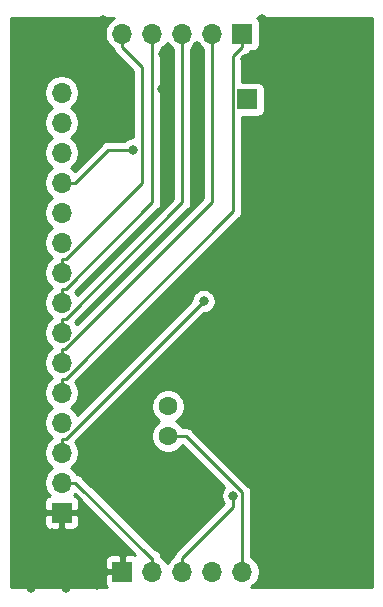
<source format=gbl>
%TF.GenerationSoftware,KiCad,Pcbnew,(5.1.6-0-10_14)*%
%TF.CreationDate,2020-09-10T12:25:10+09:00*%
%TF.ProjectId,qPCR-photosensing,71504352-2d70-4686-9f74-6f73656e7369,rev?*%
%TF.SameCoordinates,Original*%
%TF.FileFunction,Copper,L2,Bot*%
%TF.FilePolarity,Positive*%
%FSLAX46Y46*%
G04 Gerber Fmt 4.6, Leading zero omitted, Abs format (unit mm)*
G04 Created by KiCad (PCBNEW (5.1.6-0-10_14)) date 2020-09-10 12:25:10*
%MOMM*%
%LPD*%
G01*
G04 APERTURE LIST*
%TA.AperFunction,ComponentPad*%
%ADD10C,1.600000*%
%TD*%
%TA.AperFunction,ComponentPad*%
%ADD11O,1.700000X1.700000*%
%TD*%
%TA.AperFunction,ComponentPad*%
%ADD12R,1.700000X1.700000*%
%TD*%
%TA.AperFunction,ViaPad*%
%ADD13C,0.800000*%
%TD*%
%TA.AperFunction,Conductor*%
%ADD14C,0.250000*%
%TD*%
%TA.AperFunction,Conductor*%
%ADD15C,0.254000*%
%TD*%
G04 APERTURE END LIST*
D10*
%TO.P,C7,2*%
%TO.N,Net-(C7-Pad2)*%
X97000000Y-96000000D03*
%TO.P,C7,1*%
%TO.N,PD_MUX_OUT*%
X97000000Y-98500000D03*
%TD*%
D11*
%TO.P,J1,15*%
%TO.N,THERM_WELL*%
X88000000Y-69440000D03*
%TO.P,J1,14*%
%TO.N,THERM_AIR*%
X88000000Y-71980000D03*
%TO.P,J1,13*%
%TO.N,I2C_SDA*%
X88000000Y-74520000D03*
%TO.P,J1,12*%
%TO.N,I2C_SCL*%
X88000000Y-77060000D03*
%TO.P,J1,11*%
%TO.N,ADC_DRDY*%
X88000000Y-79600000D03*
%TO.P,J1,10*%
%TO.N,PD_REF_PWM*%
X88000000Y-82140000D03*
%TO.P,J1,9*%
%TO.N,PD_MUX_GPIO1*%
X88000000Y-84680000D03*
%TO.P,J1,8*%
%TO.N,PD_MUX_GPIO2*%
X88000000Y-87220000D03*
%TO.P,J1,7*%
%TO.N,PD_MUX_GPIO3*%
X88000000Y-89760000D03*
%TO.P,J1,6*%
%TO.N,PD_MUX_GPIO4*%
X88000000Y-92300000D03*
%TO.P,J1,5*%
%TO.N,PD_MUX_GPIO5*%
X88000000Y-94840000D03*
%TO.P,J1,4*%
%TO.N,VCC_LOGIC*%
X88000000Y-97380000D03*
%TO.P,J1,3*%
%TO.N,-10V*%
X88000000Y-99920000D03*
%TO.P,J1,2*%
%TO.N,+10V*%
X88000000Y-102460000D03*
D12*
%TO.P,J1,1*%
%TO.N,GND*%
X88000000Y-105000000D03*
%TD*%
D11*
%TO.P,J3,5*%
%TO.N,PD_MUX_OUT*%
X103298000Y-110000000D03*
%TO.P,J3,4*%
%TO.N,VCC_LOGIC*%
X100758000Y-110000000D03*
%TO.P,J3,3*%
%TO.N,-10V*%
X98218000Y-110000000D03*
%TO.P,J3,2*%
%TO.N,+10V*%
X95678000Y-110000000D03*
D12*
%TO.P,J3,1*%
%TO.N,GND*%
X93138000Y-110000000D03*
%TD*%
%TO.P,J4,1*%
%TO.N,PD_MUX_GPIO5*%
X103298000Y-64440000D03*
D11*
%TO.P,J4,2*%
%TO.N,PD_MUX_GPIO4*%
X100758000Y-64440000D03*
%TO.P,J4,3*%
%TO.N,PD_MUX_GPIO3*%
X98218000Y-64440000D03*
%TO.P,J4,4*%
%TO.N,PD_MUX_GPIO2*%
X95678000Y-64440000D03*
%TO.P,J4,5*%
%TO.N,PD_MUX_GPIO1*%
X93138000Y-64440000D03*
%TD*%
D12*
%TO.P,J2,1*%
%TO.N,THERM_TEST*%
X103721000Y-70000000D03*
%TD*%
D13*
%TO.N,GND*%
X84579460Y-63802260D03*
X87673180Y-65430400D03*
X93296740Y-67358260D03*
X91516200Y-63258700D03*
X84637880Y-68770500D03*
X86133940Y-70485000D03*
X96514920Y-69171820D03*
X96616520Y-66207640D03*
X99453700Y-65491360D03*
X104973120Y-63243460D03*
X103568500Y-66591180D03*
X103662480Y-67950080D03*
X105808780Y-68635880D03*
X105661460Y-71714360D03*
X103680260Y-72082660D03*
X103746300Y-75069700D03*
X113893600Y-63550800D03*
X109857540Y-63451740D03*
X107508040Y-67223640D03*
X111246920Y-65900300D03*
X111412020Y-70332600D03*
X108402120Y-69804280D03*
X105902760Y-74973180D03*
X104129840Y-79308960D03*
X108404660Y-79217520D03*
X113682780Y-72539860D03*
X108567220Y-72247760D03*
X108678980Y-75242420D03*
X111818420Y-75023980D03*
X113609120Y-77690980D03*
X111198660Y-80284320D03*
X110213140Y-83461860D03*
X113644680Y-83535520D03*
X110111540Y-87652860D03*
X113921540Y-91876880D03*
X112359440Y-89367360D03*
X113898680Y-86725760D03*
X111447580Y-92796360D03*
X109331760Y-93050360D03*
X109768640Y-90825320D03*
X107950000Y-89268300D03*
X104432100Y-88595200D03*
X107109260Y-86050120D03*
X107284520Y-83962240D03*
X102273100Y-83835240D03*
X104581960Y-85750400D03*
X101498400Y-85836760D03*
X100832920Y-88597740D03*
X107764580Y-102184200D03*
X110106460Y-102679500D03*
X113482120Y-102725220D03*
X113743740Y-105760520D03*
X110012480Y-105745280D03*
X106420920Y-104300020D03*
X106451400Y-107492800D03*
X105376980Y-110713520D03*
X108658660Y-110744000D03*
X111523780Y-110804960D03*
X113850420Y-110744000D03*
X113880900Y-108358940D03*
X111343440Y-108297980D03*
X108897420Y-108386880D03*
X90965020Y-111168180D03*
X88366600Y-111366300D03*
X85445600Y-111340900D03*
X84074000Y-109893100D03*
X84096860Y-106906060D03*
X86316820Y-108224320D03*
X87185500Y-106761280D03*
X89131140Y-106728260D03*
X92461080Y-107919520D03*
X89148920Y-108963460D03*
X84551520Y-104226360D03*
X89773760Y-101158040D03*
X89971880Y-99011740D03*
X92847160Y-101861620D03*
X91457780Y-100342700D03*
X95521780Y-101894640D03*
X91391740Y-97899220D03*
X93347540Y-96055180D03*
X94866460Y-96121220D03*
X93428820Y-99791520D03*
X95013780Y-97703640D03*
X95437960Y-100296980D03*
X97901760Y-102631240D03*
X100693220Y-104145080D03*
X84556600Y-73977500D03*
X84863940Y-77226160D03*
X84836000Y-79916020D03*
X84919820Y-82100420D03*
X84668360Y-71988680D03*
X84640420Y-84874100D03*
X84703920Y-87233760D03*
X84800440Y-89882980D03*
X84848700Y-92486480D03*
X84703920Y-94993460D03*
X85041740Y-97500440D03*
X84945220Y-100007420D03*
X85138260Y-102463600D03*
%TO.N,-10V*%
X100021900Y-87090100D03*
X102538000Y-103555900D03*
%TO.N,I2C_SCL*%
X94069400Y-74272800D03*
%TD*%
D14*
%TO.N,+10V*%
X95678000Y-110000000D02*
X95678000Y-108824700D01*
X88000000Y-102460000D02*
X89175300Y-102460000D01*
X89175300Y-102460000D02*
X95540000Y-108824700D01*
X95540000Y-108824700D02*
X95678000Y-108824700D01*
%TO.N,-10V*%
X88000000Y-98744700D02*
X88367300Y-98744700D01*
X88367300Y-98744700D02*
X100021900Y-87090100D01*
X88000000Y-99920000D02*
X88000000Y-98744700D01*
X98218000Y-108824700D02*
X102538000Y-104504700D01*
X102538000Y-104504700D02*
X102538000Y-103555900D01*
X98218000Y-110000000D02*
X98218000Y-108824700D01*
%TO.N,PD_MUX_OUT*%
X97000000Y-98500000D02*
X98518700Y-98500000D01*
X98518700Y-98500000D02*
X103298000Y-103279300D01*
X103298000Y-103279300D02*
X103298000Y-110000000D01*
%TO.N,I2C_SCL*%
X89175300Y-77060000D02*
X91962500Y-74272800D01*
X91962500Y-74272800D02*
X94069400Y-74272800D01*
X88000000Y-77060000D02*
X89175300Y-77060000D01*
%TO.N,PD_MUX_GPIO1*%
X88000000Y-84680000D02*
X88000000Y-83504700D01*
X93138000Y-64440000D02*
X93138000Y-65615300D01*
X93138000Y-65615300D02*
X94799300Y-67276600D01*
X94799300Y-67276600D02*
X94799300Y-77072700D01*
X94799300Y-77072700D02*
X88367300Y-83504700D01*
X88367300Y-83504700D02*
X88000000Y-83504700D01*
%TO.N,PD_MUX_GPIO2*%
X88000000Y-87220000D02*
X88000000Y-86044700D01*
X95678000Y-64440000D02*
X95678000Y-65615300D01*
X95678000Y-65615300D02*
X95678000Y-78734000D01*
X95678000Y-78734000D02*
X88367300Y-86044700D01*
X88367300Y-86044700D02*
X88000000Y-86044700D01*
%TO.N,PD_MUX_GPIO3*%
X98218000Y-64440000D02*
X98218000Y-78734000D01*
X98218000Y-78734000D02*
X88367300Y-88584700D01*
X88367300Y-88584700D02*
X88000000Y-88584700D01*
X88000000Y-89760000D02*
X88000000Y-88584700D01*
%TO.N,PD_MUX_GPIO4*%
X100758000Y-64440000D02*
X100758000Y-78668000D01*
X100758000Y-78668000D02*
X88301300Y-91124700D01*
X88301300Y-91124700D02*
X88000000Y-91124700D01*
X88000000Y-92300000D02*
X88000000Y-91124700D01*
%TO.N,PD_MUX_GPIO5*%
X88000000Y-94840000D02*
X88000000Y-93664700D01*
X103298000Y-64440000D02*
X103298000Y-65615300D01*
X103298000Y-65615300D02*
X102545600Y-66367700D01*
X102545600Y-66367700D02*
X102545600Y-79486400D01*
X102545600Y-79486400D02*
X88367300Y-93664700D01*
X88367300Y-93664700D02*
X88000000Y-93664700D01*
%TD*%
D15*
%TO.N,GND*%
G36*
X92191368Y-63286525D02*
G01*
X91984525Y-63493368D01*
X91822010Y-63736589D01*
X91710068Y-64006842D01*
X91653000Y-64293740D01*
X91653000Y-64586260D01*
X91710068Y-64873158D01*
X91822010Y-65143411D01*
X91984525Y-65386632D01*
X92191368Y-65593475D01*
X92384912Y-65722797D01*
X92388998Y-65764286D01*
X92402180Y-65807742D01*
X92432454Y-65907546D01*
X92503026Y-66039576D01*
X92532470Y-66075453D01*
X92598000Y-66155301D01*
X92626998Y-66179099D01*
X94039300Y-67591402D01*
X94039301Y-73237800D01*
X93967461Y-73237800D01*
X93767502Y-73277574D01*
X93579144Y-73355595D01*
X93409626Y-73468863D01*
X93365689Y-73512800D01*
X91999822Y-73512800D01*
X91962499Y-73509124D01*
X91925176Y-73512800D01*
X91925167Y-73512800D01*
X91813514Y-73523797D01*
X91670253Y-73567254D01*
X91538223Y-73637826D01*
X91454583Y-73706468D01*
X91422499Y-73732799D01*
X91398701Y-73761797D01*
X89100303Y-76060196D01*
X88946632Y-75906525D01*
X88772240Y-75790000D01*
X88946632Y-75673475D01*
X89153475Y-75466632D01*
X89315990Y-75223411D01*
X89427932Y-74953158D01*
X89485000Y-74666260D01*
X89485000Y-74373740D01*
X89427932Y-74086842D01*
X89315990Y-73816589D01*
X89153475Y-73573368D01*
X88946632Y-73366525D01*
X88772240Y-73250000D01*
X88946632Y-73133475D01*
X89153475Y-72926632D01*
X89315990Y-72683411D01*
X89427932Y-72413158D01*
X89485000Y-72126260D01*
X89485000Y-71833740D01*
X89427932Y-71546842D01*
X89315990Y-71276589D01*
X89153475Y-71033368D01*
X88946632Y-70826525D01*
X88772240Y-70710000D01*
X88946632Y-70593475D01*
X89153475Y-70386632D01*
X89315990Y-70143411D01*
X89427932Y-69873158D01*
X89485000Y-69586260D01*
X89485000Y-69293740D01*
X89427932Y-69006842D01*
X89315990Y-68736589D01*
X89153475Y-68493368D01*
X88946632Y-68286525D01*
X88703411Y-68124010D01*
X88433158Y-68012068D01*
X88146260Y-67955000D01*
X87853740Y-67955000D01*
X87566842Y-68012068D01*
X87296589Y-68124010D01*
X87053368Y-68286525D01*
X86846525Y-68493368D01*
X86684010Y-68736589D01*
X86572068Y-69006842D01*
X86515000Y-69293740D01*
X86515000Y-69586260D01*
X86572068Y-69873158D01*
X86684010Y-70143411D01*
X86846525Y-70386632D01*
X87053368Y-70593475D01*
X87227760Y-70710000D01*
X87053368Y-70826525D01*
X86846525Y-71033368D01*
X86684010Y-71276589D01*
X86572068Y-71546842D01*
X86515000Y-71833740D01*
X86515000Y-72126260D01*
X86572068Y-72413158D01*
X86684010Y-72683411D01*
X86846525Y-72926632D01*
X87053368Y-73133475D01*
X87227760Y-73250000D01*
X87053368Y-73366525D01*
X86846525Y-73573368D01*
X86684010Y-73816589D01*
X86572068Y-74086842D01*
X86515000Y-74373740D01*
X86515000Y-74666260D01*
X86572068Y-74953158D01*
X86684010Y-75223411D01*
X86846525Y-75466632D01*
X87053368Y-75673475D01*
X87227760Y-75790000D01*
X87053368Y-75906525D01*
X86846525Y-76113368D01*
X86684010Y-76356589D01*
X86572068Y-76626842D01*
X86515000Y-76913740D01*
X86515000Y-77206260D01*
X86572068Y-77493158D01*
X86684010Y-77763411D01*
X86846525Y-78006632D01*
X87053368Y-78213475D01*
X87227760Y-78330000D01*
X87053368Y-78446525D01*
X86846525Y-78653368D01*
X86684010Y-78896589D01*
X86572068Y-79166842D01*
X86515000Y-79453740D01*
X86515000Y-79746260D01*
X86572068Y-80033158D01*
X86684010Y-80303411D01*
X86846525Y-80546632D01*
X87053368Y-80753475D01*
X87227760Y-80870000D01*
X87053368Y-80986525D01*
X86846525Y-81193368D01*
X86684010Y-81436589D01*
X86572068Y-81706842D01*
X86515000Y-81993740D01*
X86515000Y-82286260D01*
X86572068Y-82573158D01*
X86684010Y-82843411D01*
X86846525Y-83086632D01*
X87053368Y-83293475D01*
X87227760Y-83410000D01*
X87053368Y-83526525D01*
X86846525Y-83733368D01*
X86684010Y-83976589D01*
X86572068Y-84246842D01*
X86515000Y-84533740D01*
X86515000Y-84826260D01*
X86572068Y-85113158D01*
X86684010Y-85383411D01*
X86846525Y-85626632D01*
X87053368Y-85833475D01*
X87227760Y-85950000D01*
X87053368Y-86066525D01*
X86846525Y-86273368D01*
X86684010Y-86516589D01*
X86572068Y-86786842D01*
X86515000Y-87073740D01*
X86515000Y-87366260D01*
X86572068Y-87653158D01*
X86684010Y-87923411D01*
X86846525Y-88166632D01*
X87053368Y-88373475D01*
X87227760Y-88490000D01*
X87053368Y-88606525D01*
X86846525Y-88813368D01*
X86684010Y-89056589D01*
X86572068Y-89326842D01*
X86515000Y-89613740D01*
X86515000Y-89906260D01*
X86572068Y-90193158D01*
X86684010Y-90463411D01*
X86846525Y-90706632D01*
X87053368Y-90913475D01*
X87227760Y-91030000D01*
X87053368Y-91146525D01*
X86846525Y-91353368D01*
X86684010Y-91596589D01*
X86572068Y-91866842D01*
X86515000Y-92153740D01*
X86515000Y-92446260D01*
X86572068Y-92733158D01*
X86684010Y-93003411D01*
X86846525Y-93246632D01*
X87053368Y-93453475D01*
X87227760Y-93570000D01*
X87053368Y-93686525D01*
X86846525Y-93893368D01*
X86684010Y-94136589D01*
X86572068Y-94406842D01*
X86515000Y-94693740D01*
X86515000Y-94986260D01*
X86572068Y-95273158D01*
X86684010Y-95543411D01*
X86846525Y-95786632D01*
X87053368Y-95993475D01*
X87227760Y-96110000D01*
X87053368Y-96226525D01*
X86846525Y-96433368D01*
X86684010Y-96676589D01*
X86572068Y-96946842D01*
X86515000Y-97233740D01*
X86515000Y-97526260D01*
X86572068Y-97813158D01*
X86684010Y-98083411D01*
X86846525Y-98326632D01*
X87053368Y-98533475D01*
X87227760Y-98650000D01*
X87053368Y-98766525D01*
X86846525Y-98973368D01*
X86684010Y-99216589D01*
X86572068Y-99486842D01*
X86515000Y-99773740D01*
X86515000Y-100066260D01*
X86572068Y-100353158D01*
X86684010Y-100623411D01*
X86846525Y-100866632D01*
X87053368Y-101073475D01*
X87227760Y-101190000D01*
X87053368Y-101306525D01*
X86846525Y-101513368D01*
X86684010Y-101756589D01*
X86572068Y-102026842D01*
X86515000Y-102313740D01*
X86515000Y-102606260D01*
X86572068Y-102893158D01*
X86684010Y-103163411D01*
X86846525Y-103406632D01*
X86978380Y-103538487D01*
X86905820Y-103560498D01*
X86795506Y-103619463D01*
X86698815Y-103698815D01*
X86619463Y-103795506D01*
X86560498Y-103905820D01*
X86524188Y-104025518D01*
X86511928Y-104150000D01*
X86515000Y-104714250D01*
X86673750Y-104873000D01*
X87873000Y-104873000D01*
X87873000Y-104853000D01*
X88127000Y-104853000D01*
X88127000Y-104873000D01*
X89326250Y-104873000D01*
X89485000Y-104714250D01*
X89488072Y-104150000D01*
X89475812Y-104025518D01*
X89439502Y-103905820D01*
X89380537Y-103795506D01*
X89301185Y-103698815D01*
X89204494Y-103619463D01*
X89094180Y-103560498D01*
X89021620Y-103538487D01*
X89100303Y-103459804D01*
X94187418Y-108546919D01*
X94112482Y-108524188D01*
X93988000Y-108511928D01*
X93423750Y-108515000D01*
X93265000Y-108673750D01*
X93265000Y-109873000D01*
X93285000Y-109873000D01*
X93285000Y-110127000D01*
X93265000Y-110127000D01*
X93265000Y-110147000D01*
X93011000Y-110147000D01*
X93011000Y-110127000D01*
X91811750Y-110127000D01*
X91653000Y-110285750D01*
X91649928Y-110850000D01*
X91662188Y-110974482D01*
X91698498Y-111094180D01*
X91757463Y-111204494D01*
X91836815Y-111301185D01*
X91853649Y-111315000D01*
X83685000Y-111315000D01*
X83685000Y-109150000D01*
X91649928Y-109150000D01*
X91653000Y-109714250D01*
X91811750Y-109873000D01*
X93011000Y-109873000D01*
X93011000Y-108673750D01*
X92852250Y-108515000D01*
X92288000Y-108511928D01*
X92163518Y-108524188D01*
X92043820Y-108560498D01*
X91933506Y-108619463D01*
X91836815Y-108698815D01*
X91757463Y-108795506D01*
X91698498Y-108905820D01*
X91662188Y-109025518D01*
X91649928Y-109150000D01*
X83685000Y-109150000D01*
X83685000Y-105850000D01*
X86511928Y-105850000D01*
X86524188Y-105974482D01*
X86560498Y-106094180D01*
X86619463Y-106204494D01*
X86698815Y-106301185D01*
X86795506Y-106380537D01*
X86905820Y-106439502D01*
X87025518Y-106475812D01*
X87150000Y-106488072D01*
X87714250Y-106485000D01*
X87873000Y-106326250D01*
X87873000Y-105127000D01*
X88127000Y-105127000D01*
X88127000Y-106326250D01*
X88285750Y-106485000D01*
X88850000Y-106488072D01*
X88974482Y-106475812D01*
X89094180Y-106439502D01*
X89204494Y-106380537D01*
X89301185Y-106301185D01*
X89380537Y-106204494D01*
X89439502Y-106094180D01*
X89475812Y-105974482D01*
X89488072Y-105850000D01*
X89485000Y-105285750D01*
X89326250Y-105127000D01*
X88127000Y-105127000D01*
X87873000Y-105127000D01*
X86673750Y-105127000D01*
X86515000Y-105285750D01*
X86511928Y-105850000D01*
X83685000Y-105850000D01*
X83685000Y-63125000D01*
X92433107Y-63125000D01*
X92191368Y-63286525D01*
G37*
X92191368Y-63286525D02*
X91984525Y-63493368D01*
X91822010Y-63736589D01*
X91710068Y-64006842D01*
X91653000Y-64293740D01*
X91653000Y-64586260D01*
X91710068Y-64873158D01*
X91822010Y-65143411D01*
X91984525Y-65386632D01*
X92191368Y-65593475D01*
X92384912Y-65722797D01*
X92388998Y-65764286D01*
X92402180Y-65807742D01*
X92432454Y-65907546D01*
X92503026Y-66039576D01*
X92532470Y-66075453D01*
X92598000Y-66155301D01*
X92626998Y-66179099D01*
X94039300Y-67591402D01*
X94039301Y-73237800D01*
X93967461Y-73237800D01*
X93767502Y-73277574D01*
X93579144Y-73355595D01*
X93409626Y-73468863D01*
X93365689Y-73512800D01*
X91999822Y-73512800D01*
X91962499Y-73509124D01*
X91925176Y-73512800D01*
X91925167Y-73512800D01*
X91813514Y-73523797D01*
X91670253Y-73567254D01*
X91538223Y-73637826D01*
X91454583Y-73706468D01*
X91422499Y-73732799D01*
X91398701Y-73761797D01*
X89100303Y-76060196D01*
X88946632Y-75906525D01*
X88772240Y-75790000D01*
X88946632Y-75673475D01*
X89153475Y-75466632D01*
X89315990Y-75223411D01*
X89427932Y-74953158D01*
X89485000Y-74666260D01*
X89485000Y-74373740D01*
X89427932Y-74086842D01*
X89315990Y-73816589D01*
X89153475Y-73573368D01*
X88946632Y-73366525D01*
X88772240Y-73250000D01*
X88946632Y-73133475D01*
X89153475Y-72926632D01*
X89315990Y-72683411D01*
X89427932Y-72413158D01*
X89485000Y-72126260D01*
X89485000Y-71833740D01*
X89427932Y-71546842D01*
X89315990Y-71276589D01*
X89153475Y-71033368D01*
X88946632Y-70826525D01*
X88772240Y-70710000D01*
X88946632Y-70593475D01*
X89153475Y-70386632D01*
X89315990Y-70143411D01*
X89427932Y-69873158D01*
X89485000Y-69586260D01*
X89485000Y-69293740D01*
X89427932Y-69006842D01*
X89315990Y-68736589D01*
X89153475Y-68493368D01*
X88946632Y-68286525D01*
X88703411Y-68124010D01*
X88433158Y-68012068D01*
X88146260Y-67955000D01*
X87853740Y-67955000D01*
X87566842Y-68012068D01*
X87296589Y-68124010D01*
X87053368Y-68286525D01*
X86846525Y-68493368D01*
X86684010Y-68736589D01*
X86572068Y-69006842D01*
X86515000Y-69293740D01*
X86515000Y-69586260D01*
X86572068Y-69873158D01*
X86684010Y-70143411D01*
X86846525Y-70386632D01*
X87053368Y-70593475D01*
X87227760Y-70710000D01*
X87053368Y-70826525D01*
X86846525Y-71033368D01*
X86684010Y-71276589D01*
X86572068Y-71546842D01*
X86515000Y-71833740D01*
X86515000Y-72126260D01*
X86572068Y-72413158D01*
X86684010Y-72683411D01*
X86846525Y-72926632D01*
X87053368Y-73133475D01*
X87227760Y-73250000D01*
X87053368Y-73366525D01*
X86846525Y-73573368D01*
X86684010Y-73816589D01*
X86572068Y-74086842D01*
X86515000Y-74373740D01*
X86515000Y-74666260D01*
X86572068Y-74953158D01*
X86684010Y-75223411D01*
X86846525Y-75466632D01*
X87053368Y-75673475D01*
X87227760Y-75790000D01*
X87053368Y-75906525D01*
X86846525Y-76113368D01*
X86684010Y-76356589D01*
X86572068Y-76626842D01*
X86515000Y-76913740D01*
X86515000Y-77206260D01*
X86572068Y-77493158D01*
X86684010Y-77763411D01*
X86846525Y-78006632D01*
X87053368Y-78213475D01*
X87227760Y-78330000D01*
X87053368Y-78446525D01*
X86846525Y-78653368D01*
X86684010Y-78896589D01*
X86572068Y-79166842D01*
X86515000Y-79453740D01*
X86515000Y-79746260D01*
X86572068Y-80033158D01*
X86684010Y-80303411D01*
X86846525Y-80546632D01*
X87053368Y-80753475D01*
X87227760Y-80870000D01*
X87053368Y-80986525D01*
X86846525Y-81193368D01*
X86684010Y-81436589D01*
X86572068Y-81706842D01*
X86515000Y-81993740D01*
X86515000Y-82286260D01*
X86572068Y-82573158D01*
X86684010Y-82843411D01*
X86846525Y-83086632D01*
X87053368Y-83293475D01*
X87227760Y-83410000D01*
X87053368Y-83526525D01*
X86846525Y-83733368D01*
X86684010Y-83976589D01*
X86572068Y-84246842D01*
X86515000Y-84533740D01*
X86515000Y-84826260D01*
X86572068Y-85113158D01*
X86684010Y-85383411D01*
X86846525Y-85626632D01*
X87053368Y-85833475D01*
X87227760Y-85950000D01*
X87053368Y-86066525D01*
X86846525Y-86273368D01*
X86684010Y-86516589D01*
X86572068Y-86786842D01*
X86515000Y-87073740D01*
X86515000Y-87366260D01*
X86572068Y-87653158D01*
X86684010Y-87923411D01*
X86846525Y-88166632D01*
X87053368Y-88373475D01*
X87227760Y-88490000D01*
X87053368Y-88606525D01*
X86846525Y-88813368D01*
X86684010Y-89056589D01*
X86572068Y-89326842D01*
X86515000Y-89613740D01*
X86515000Y-89906260D01*
X86572068Y-90193158D01*
X86684010Y-90463411D01*
X86846525Y-90706632D01*
X87053368Y-90913475D01*
X87227760Y-91030000D01*
X87053368Y-91146525D01*
X86846525Y-91353368D01*
X86684010Y-91596589D01*
X86572068Y-91866842D01*
X86515000Y-92153740D01*
X86515000Y-92446260D01*
X86572068Y-92733158D01*
X86684010Y-93003411D01*
X86846525Y-93246632D01*
X87053368Y-93453475D01*
X87227760Y-93570000D01*
X87053368Y-93686525D01*
X86846525Y-93893368D01*
X86684010Y-94136589D01*
X86572068Y-94406842D01*
X86515000Y-94693740D01*
X86515000Y-94986260D01*
X86572068Y-95273158D01*
X86684010Y-95543411D01*
X86846525Y-95786632D01*
X87053368Y-95993475D01*
X87227760Y-96110000D01*
X87053368Y-96226525D01*
X86846525Y-96433368D01*
X86684010Y-96676589D01*
X86572068Y-96946842D01*
X86515000Y-97233740D01*
X86515000Y-97526260D01*
X86572068Y-97813158D01*
X86684010Y-98083411D01*
X86846525Y-98326632D01*
X87053368Y-98533475D01*
X87227760Y-98650000D01*
X87053368Y-98766525D01*
X86846525Y-98973368D01*
X86684010Y-99216589D01*
X86572068Y-99486842D01*
X86515000Y-99773740D01*
X86515000Y-100066260D01*
X86572068Y-100353158D01*
X86684010Y-100623411D01*
X86846525Y-100866632D01*
X87053368Y-101073475D01*
X87227760Y-101190000D01*
X87053368Y-101306525D01*
X86846525Y-101513368D01*
X86684010Y-101756589D01*
X86572068Y-102026842D01*
X86515000Y-102313740D01*
X86515000Y-102606260D01*
X86572068Y-102893158D01*
X86684010Y-103163411D01*
X86846525Y-103406632D01*
X86978380Y-103538487D01*
X86905820Y-103560498D01*
X86795506Y-103619463D01*
X86698815Y-103698815D01*
X86619463Y-103795506D01*
X86560498Y-103905820D01*
X86524188Y-104025518D01*
X86511928Y-104150000D01*
X86515000Y-104714250D01*
X86673750Y-104873000D01*
X87873000Y-104873000D01*
X87873000Y-104853000D01*
X88127000Y-104853000D01*
X88127000Y-104873000D01*
X89326250Y-104873000D01*
X89485000Y-104714250D01*
X89488072Y-104150000D01*
X89475812Y-104025518D01*
X89439502Y-103905820D01*
X89380537Y-103795506D01*
X89301185Y-103698815D01*
X89204494Y-103619463D01*
X89094180Y-103560498D01*
X89021620Y-103538487D01*
X89100303Y-103459804D01*
X94187418Y-108546919D01*
X94112482Y-108524188D01*
X93988000Y-108511928D01*
X93423750Y-108515000D01*
X93265000Y-108673750D01*
X93265000Y-109873000D01*
X93285000Y-109873000D01*
X93285000Y-110127000D01*
X93265000Y-110127000D01*
X93265000Y-110147000D01*
X93011000Y-110147000D01*
X93011000Y-110127000D01*
X91811750Y-110127000D01*
X91653000Y-110285750D01*
X91649928Y-110850000D01*
X91662188Y-110974482D01*
X91698498Y-111094180D01*
X91757463Y-111204494D01*
X91836815Y-111301185D01*
X91853649Y-111315000D01*
X83685000Y-111315000D01*
X83685000Y-109150000D01*
X91649928Y-109150000D01*
X91653000Y-109714250D01*
X91811750Y-109873000D01*
X93011000Y-109873000D01*
X93011000Y-108673750D01*
X92852250Y-108515000D01*
X92288000Y-108511928D01*
X92163518Y-108524188D01*
X92043820Y-108560498D01*
X91933506Y-108619463D01*
X91836815Y-108698815D01*
X91757463Y-108795506D01*
X91698498Y-108905820D01*
X91662188Y-109025518D01*
X91649928Y-109150000D01*
X83685000Y-109150000D01*
X83685000Y-105850000D01*
X86511928Y-105850000D01*
X86524188Y-105974482D01*
X86560498Y-106094180D01*
X86619463Y-106204494D01*
X86698815Y-106301185D01*
X86795506Y-106380537D01*
X86905820Y-106439502D01*
X87025518Y-106475812D01*
X87150000Y-106488072D01*
X87714250Y-106485000D01*
X87873000Y-106326250D01*
X87873000Y-105127000D01*
X88127000Y-105127000D01*
X88127000Y-106326250D01*
X88285750Y-106485000D01*
X88850000Y-106488072D01*
X88974482Y-106475812D01*
X89094180Y-106439502D01*
X89204494Y-106380537D01*
X89301185Y-106301185D01*
X89380537Y-106204494D01*
X89439502Y-106094180D01*
X89475812Y-105974482D01*
X89488072Y-105850000D01*
X89485000Y-105285750D01*
X89326250Y-105127000D01*
X88127000Y-105127000D01*
X87873000Y-105127000D01*
X86673750Y-105127000D01*
X86515000Y-105285750D01*
X86511928Y-105850000D01*
X83685000Y-105850000D01*
X83685000Y-63125000D01*
X92433107Y-63125000D01*
X92191368Y-63286525D01*
G36*
X114315001Y-111315000D02*
G01*
X104002893Y-111315000D01*
X104244632Y-111153475D01*
X104451475Y-110946632D01*
X104613990Y-110703411D01*
X104725932Y-110433158D01*
X104783000Y-110146260D01*
X104783000Y-109853740D01*
X104725932Y-109566842D01*
X104613990Y-109296589D01*
X104451475Y-109053368D01*
X104244632Y-108846525D01*
X104058000Y-108721822D01*
X104058000Y-103316623D01*
X104061676Y-103279300D01*
X104058000Y-103241977D01*
X104058000Y-103241967D01*
X104047003Y-103130314D01*
X104003546Y-102987053D01*
X103932974Y-102855023D01*
X103861799Y-102768297D01*
X103838001Y-102739299D01*
X103809004Y-102715502D01*
X99082504Y-97989003D01*
X99058701Y-97959999D01*
X98942976Y-97865026D01*
X98810947Y-97794454D01*
X98667686Y-97750997D01*
X98556033Y-97740000D01*
X98556022Y-97740000D01*
X98518700Y-97736324D01*
X98481378Y-97740000D01*
X98218043Y-97740000D01*
X98114637Y-97585241D01*
X97914759Y-97385363D01*
X97712173Y-97250000D01*
X97914759Y-97114637D01*
X98114637Y-96914759D01*
X98271680Y-96679727D01*
X98379853Y-96418574D01*
X98435000Y-96141335D01*
X98435000Y-95858665D01*
X98379853Y-95581426D01*
X98271680Y-95320273D01*
X98114637Y-95085241D01*
X97914759Y-94885363D01*
X97679727Y-94728320D01*
X97418574Y-94620147D01*
X97141335Y-94565000D01*
X96858665Y-94565000D01*
X96581426Y-94620147D01*
X96320273Y-94728320D01*
X96085241Y-94885363D01*
X95885363Y-95085241D01*
X95728320Y-95320273D01*
X95620147Y-95581426D01*
X95565000Y-95858665D01*
X95565000Y-96141335D01*
X95620147Y-96418574D01*
X95728320Y-96679727D01*
X95885363Y-96914759D01*
X96085241Y-97114637D01*
X96287827Y-97250000D01*
X96085241Y-97385363D01*
X95885363Y-97585241D01*
X95728320Y-97820273D01*
X95620147Y-98081426D01*
X95565000Y-98358665D01*
X95565000Y-98641335D01*
X95620147Y-98918574D01*
X95728320Y-99179727D01*
X95885363Y-99414759D01*
X96085241Y-99614637D01*
X96320273Y-99771680D01*
X96581426Y-99879853D01*
X96858665Y-99935000D01*
X97141335Y-99935000D01*
X97418574Y-99879853D01*
X97679727Y-99771680D01*
X97914759Y-99614637D01*
X98114637Y-99414759D01*
X98212378Y-99268479D01*
X101787044Y-102843145D01*
X101734063Y-102896126D01*
X101620795Y-103065644D01*
X101542774Y-103254002D01*
X101503000Y-103453961D01*
X101503000Y-103657839D01*
X101542774Y-103857798D01*
X101620795Y-104046156D01*
X101734063Y-104215674D01*
X101743144Y-104224755D01*
X97706998Y-108260901D01*
X97678000Y-108284699D01*
X97654202Y-108313697D01*
X97654201Y-108313698D01*
X97583026Y-108400424D01*
X97512454Y-108532454D01*
X97500438Y-108572068D01*
X97468999Y-108675713D01*
X97468998Y-108675715D01*
X97464912Y-108717203D01*
X97271368Y-108846525D01*
X97064525Y-109053368D01*
X96948000Y-109227760D01*
X96831475Y-109053368D01*
X96624632Y-108846525D01*
X96431089Y-108717204D01*
X96427003Y-108675714D01*
X96383546Y-108532453D01*
X96312974Y-108400424D01*
X96218001Y-108284699D01*
X96102276Y-108189726D01*
X95970247Y-108119154D01*
X95882699Y-108092597D01*
X89739104Y-101949003D01*
X89715301Y-101919999D01*
X89599576Y-101825026D01*
X89467547Y-101754454D01*
X89324286Y-101710997D01*
X89282796Y-101706911D01*
X89153475Y-101513368D01*
X88946632Y-101306525D01*
X88772240Y-101190000D01*
X88946632Y-101073475D01*
X89153475Y-100866632D01*
X89315990Y-100623411D01*
X89427932Y-100353158D01*
X89485000Y-100066260D01*
X89485000Y-99773740D01*
X89427932Y-99486842D01*
X89315990Y-99216589D01*
X89177491Y-99009310D01*
X100061703Y-88125100D01*
X100123839Y-88125100D01*
X100323798Y-88085326D01*
X100512156Y-88007305D01*
X100681674Y-87894037D01*
X100825837Y-87749874D01*
X100939105Y-87580356D01*
X101017126Y-87391998D01*
X101056900Y-87192039D01*
X101056900Y-86988161D01*
X101017126Y-86788202D01*
X100939105Y-86599844D01*
X100825837Y-86430326D01*
X100681674Y-86286163D01*
X100512156Y-86172895D01*
X100323798Y-86094874D01*
X100123839Y-86055100D01*
X99919961Y-86055100D01*
X99720002Y-86094874D01*
X99531644Y-86172895D01*
X99362126Y-86286163D01*
X99217963Y-86430326D01*
X99104695Y-86599844D01*
X99026674Y-86788202D01*
X98986900Y-86988161D01*
X98986900Y-87050297D01*
X89329059Y-96708140D01*
X89315990Y-96676589D01*
X89153475Y-96433368D01*
X88946632Y-96226525D01*
X88772240Y-96110000D01*
X88946632Y-95993475D01*
X89153475Y-95786632D01*
X89315990Y-95543411D01*
X89427932Y-95273158D01*
X89485000Y-94986260D01*
X89485000Y-94693740D01*
X89427932Y-94406842D01*
X89315990Y-94136589D01*
X89177491Y-93929310D01*
X103056603Y-80050199D01*
X103085601Y-80026401D01*
X103111932Y-79994317D01*
X103180574Y-79910677D01*
X103251146Y-79778647D01*
X103260970Y-79746260D01*
X103294603Y-79635386D01*
X103305600Y-79523733D01*
X103305600Y-79523724D01*
X103309276Y-79486401D01*
X103305600Y-79449078D01*
X103305600Y-71488072D01*
X104571000Y-71488072D01*
X104695482Y-71475812D01*
X104815180Y-71439502D01*
X104925494Y-71380537D01*
X105022185Y-71301185D01*
X105101537Y-71204494D01*
X105160502Y-71094180D01*
X105196812Y-70974482D01*
X105209072Y-70850000D01*
X105209072Y-69150000D01*
X105196812Y-69025518D01*
X105160502Y-68905820D01*
X105101537Y-68795506D01*
X105022185Y-68698815D01*
X104925494Y-68619463D01*
X104815180Y-68560498D01*
X104695482Y-68524188D01*
X104571000Y-68511928D01*
X103305600Y-68511928D01*
X103305600Y-66682501D01*
X103809002Y-66179099D01*
X103838001Y-66155301D01*
X103932974Y-66039576D01*
X103992575Y-65928072D01*
X104148000Y-65928072D01*
X104272482Y-65915812D01*
X104392180Y-65879502D01*
X104502494Y-65820537D01*
X104599185Y-65741185D01*
X104678537Y-65644494D01*
X104737502Y-65534180D01*
X104773812Y-65414482D01*
X104786072Y-65290000D01*
X104786072Y-63590000D01*
X104773812Y-63465518D01*
X104737502Y-63345820D01*
X104678537Y-63235506D01*
X104599185Y-63138815D01*
X104582351Y-63125000D01*
X114315000Y-63125000D01*
X114315001Y-111315000D01*
G37*
X114315001Y-111315000D02*
X104002893Y-111315000D01*
X104244632Y-111153475D01*
X104451475Y-110946632D01*
X104613990Y-110703411D01*
X104725932Y-110433158D01*
X104783000Y-110146260D01*
X104783000Y-109853740D01*
X104725932Y-109566842D01*
X104613990Y-109296589D01*
X104451475Y-109053368D01*
X104244632Y-108846525D01*
X104058000Y-108721822D01*
X104058000Y-103316623D01*
X104061676Y-103279300D01*
X104058000Y-103241977D01*
X104058000Y-103241967D01*
X104047003Y-103130314D01*
X104003546Y-102987053D01*
X103932974Y-102855023D01*
X103861799Y-102768297D01*
X103838001Y-102739299D01*
X103809004Y-102715502D01*
X99082504Y-97989003D01*
X99058701Y-97959999D01*
X98942976Y-97865026D01*
X98810947Y-97794454D01*
X98667686Y-97750997D01*
X98556033Y-97740000D01*
X98556022Y-97740000D01*
X98518700Y-97736324D01*
X98481378Y-97740000D01*
X98218043Y-97740000D01*
X98114637Y-97585241D01*
X97914759Y-97385363D01*
X97712173Y-97250000D01*
X97914759Y-97114637D01*
X98114637Y-96914759D01*
X98271680Y-96679727D01*
X98379853Y-96418574D01*
X98435000Y-96141335D01*
X98435000Y-95858665D01*
X98379853Y-95581426D01*
X98271680Y-95320273D01*
X98114637Y-95085241D01*
X97914759Y-94885363D01*
X97679727Y-94728320D01*
X97418574Y-94620147D01*
X97141335Y-94565000D01*
X96858665Y-94565000D01*
X96581426Y-94620147D01*
X96320273Y-94728320D01*
X96085241Y-94885363D01*
X95885363Y-95085241D01*
X95728320Y-95320273D01*
X95620147Y-95581426D01*
X95565000Y-95858665D01*
X95565000Y-96141335D01*
X95620147Y-96418574D01*
X95728320Y-96679727D01*
X95885363Y-96914759D01*
X96085241Y-97114637D01*
X96287827Y-97250000D01*
X96085241Y-97385363D01*
X95885363Y-97585241D01*
X95728320Y-97820273D01*
X95620147Y-98081426D01*
X95565000Y-98358665D01*
X95565000Y-98641335D01*
X95620147Y-98918574D01*
X95728320Y-99179727D01*
X95885363Y-99414759D01*
X96085241Y-99614637D01*
X96320273Y-99771680D01*
X96581426Y-99879853D01*
X96858665Y-99935000D01*
X97141335Y-99935000D01*
X97418574Y-99879853D01*
X97679727Y-99771680D01*
X97914759Y-99614637D01*
X98114637Y-99414759D01*
X98212378Y-99268479D01*
X101787044Y-102843145D01*
X101734063Y-102896126D01*
X101620795Y-103065644D01*
X101542774Y-103254002D01*
X101503000Y-103453961D01*
X101503000Y-103657839D01*
X101542774Y-103857798D01*
X101620795Y-104046156D01*
X101734063Y-104215674D01*
X101743144Y-104224755D01*
X97706998Y-108260901D01*
X97678000Y-108284699D01*
X97654202Y-108313697D01*
X97654201Y-108313698D01*
X97583026Y-108400424D01*
X97512454Y-108532454D01*
X97500438Y-108572068D01*
X97468999Y-108675713D01*
X97468998Y-108675715D01*
X97464912Y-108717203D01*
X97271368Y-108846525D01*
X97064525Y-109053368D01*
X96948000Y-109227760D01*
X96831475Y-109053368D01*
X96624632Y-108846525D01*
X96431089Y-108717204D01*
X96427003Y-108675714D01*
X96383546Y-108532453D01*
X96312974Y-108400424D01*
X96218001Y-108284699D01*
X96102276Y-108189726D01*
X95970247Y-108119154D01*
X95882699Y-108092597D01*
X89739104Y-101949003D01*
X89715301Y-101919999D01*
X89599576Y-101825026D01*
X89467547Y-101754454D01*
X89324286Y-101710997D01*
X89282796Y-101706911D01*
X89153475Y-101513368D01*
X88946632Y-101306525D01*
X88772240Y-101190000D01*
X88946632Y-101073475D01*
X89153475Y-100866632D01*
X89315990Y-100623411D01*
X89427932Y-100353158D01*
X89485000Y-100066260D01*
X89485000Y-99773740D01*
X89427932Y-99486842D01*
X89315990Y-99216589D01*
X89177491Y-99009310D01*
X100061703Y-88125100D01*
X100123839Y-88125100D01*
X100323798Y-88085326D01*
X100512156Y-88007305D01*
X100681674Y-87894037D01*
X100825837Y-87749874D01*
X100939105Y-87580356D01*
X101017126Y-87391998D01*
X101056900Y-87192039D01*
X101056900Y-86988161D01*
X101017126Y-86788202D01*
X100939105Y-86599844D01*
X100825837Y-86430326D01*
X100681674Y-86286163D01*
X100512156Y-86172895D01*
X100323798Y-86094874D01*
X100123839Y-86055100D01*
X99919961Y-86055100D01*
X99720002Y-86094874D01*
X99531644Y-86172895D01*
X99362126Y-86286163D01*
X99217963Y-86430326D01*
X99104695Y-86599844D01*
X99026674Y-86788202D01*
X98986900Y-86988161D01*
X98986900Y-87050297D01*
X89329059Y-96708140D01*
X89315990Y-96676589D01*
X89153475Y-96433368D01*
X88946632Y-96226525D01*
X88772240Y-96110000D01*
X88946632Y-95993475D01*
X89153475Y-95786632D01*
X89315990Y-95543411D01*
X89427932Y-95273158D01*
X89485000Y-94986260D01*
X89485000Y-94693740D01*
X89427932Y-94406842D01*
X89315990Y-94136589D01*
X89177491Y-93929310D01*
X103056603Y-80050199D01*
X103085601Y-80026401D01*
X103111932Y-79994317D01*
X103180574Y-79910677D01*
X103251146Y-79778647D01*
X103260970Y-79746260D01*
X103294603Y-79635386D01*
X103305600Y-79523733D01*
X103305600Y-79523724D01*
X103309276Y-79486401D01*
X103305600Y-79449078D01*
X103305600Y-71488072D01*
X104571000Y-71488072D01*
X104695482Y-71475812D01*
X104815180Y-71439502D01*
X104925494Y-71380537D01*
X105022185Y-71301185D01*
X105101537Y-71204494D01*
X105160502Y-71094180D01*
X105196812Y-70974482D01*
X105209072Y-70850000D01*
X105209072Y-69150000D01*
X105196812Y-69025518D01*
X105160502Y-68905820D01*
X105101537Y-68795506D01*
X105022185Y-68698815D01*
X104925494Y-68619463D01*
X104815180Y-68560498D01*
X104695482Y-68524188D01*
X104571000Y-68511928D01*
X103305600Y-68511928D01*
X103305600Y-66682501D01*
X103809002Y-66179099D01*
X103838001Y-66155301D01*
X103932974Y-66039576D01*
X103992575Y-65928072D01*
X104148000Y-65928072D01*
X104272482Y-65915812D01*
X104392180Y-65879502D01*
X104502494Y-65820537D01*
X104599185Y-65741185D01*
X104678537Y-65644494D01*
X104737502Y-65534180D01*
X104773812Y-65414482D01*
X104786072Y-65290000D01*
X104786072Y-63590000D01*
X104773812Y-63465518D01*
X104737502Y-63345820D01*
X104678537Y-63235506D01*
X104599185Y-63138815D01*
X104582351Y-63125000D01*
X114315000Y-63125000D01*
X114315001Y-111315000D01*
G36*
X99604525Y-65386632D02*
G01*
X99811368Y-65593475D01*
X99998000Y-65718179D01*
X99998001Y-78353197D01*
X89307426Y-89043773D01*
X89177491Y-88849310D01*
X98729003Y-79297799D01*
X98758001Y-79274001D01*
X98852974Y-79158276D01*
X98923546Y-79026247D01*
X98967003Y-78882986D01*
X98978000Y-78771333D01*
X98981677Y-78734000D01*
X98978000Y-78696667D01*
X98978000Y-65718178D01*
X99164632Y-65593475D01*
X99371475Y-65386632D01*
X99488000Y-65212240D01*
X99604525Y-65386632D01*
G37*
X99604525Y-65386632D02*
X99811368Y-65593475D01*
X99998000Y-65718179D01*
X99998001Y-78353197D01*
X89307426Y-89043773D01*
X89177491Y-88849310D01*
X98729003Y-79297799D01*
X98758001Y-79274001D01*
X98852974Y-79158276D01*
X98923546Y-79026247D01*
X98967003Y-78882986D01*
X98978000Y-78771333D01*
X98981677Y-78734000D01*
X98978000Y-78696667D01*
X98978000Y-65718178D01*
X99164632Y-65593475D01*
X99371475Y-65386632D01*
X99488000Y-65212240D01*
X99604525Y-65386632D01*
G36*
X97064525Y-65386632D02*
G01*
X97271368Y-65593475D01*
X97458000Y-65718179D01*
X97458001Y-78419197D01*
X89329059Y-86548140D01*
X89315990Y-86516589D01*
X89177491Y-86309310D01*
X96189003Y-79297799D01*
X96218001Y-79274001D01*
X96295964Y-79179003D01*
X96312974Y-79158277D01*
X96383546Y-79026247D01*
X96427003Y-78882986D01*
X96438000Y-78771333D01*
X96438000Y-78771324D01*
X96441676Y-78734001D01*
X96438000Y-78696678D01*
X96438000Y-65718178D01*
X96624632Y-65593475D01*
X96831475Y-65386632D01*
X96948000Y-65212240D01*
X97064525Y-65386632D01*
G37*
X97064525Y-65386632D02*
X97271368Y-65593475D01*
X97458000Y-65718179D01*
X97458001Y-78419197D01*
X89329059Y-86548140D01*
X89315990Y-86516589D01*
X89177491Y-86309310D01*
X96189003Y-79297799D01*
X96218001Y-79274001D01*
X96295964Y-79179003D01*
X96312974Y-79158277D01*
X96383546Y-79026247D01*
X96427003Y-78882986D01*
X96438000Y-78771333D01*
X96438000Y-78771324D01*
X96441676Y-78734001D01*
X96438000Y-78696678D01*
X96438000Y-65718178D01*
X96624632Y-65593475D01*
X96831475Y-65386632D01*
X96948000Y-65212240D01*
X97064525Y-65386632D01*
%TD*%
M02*

</source>
